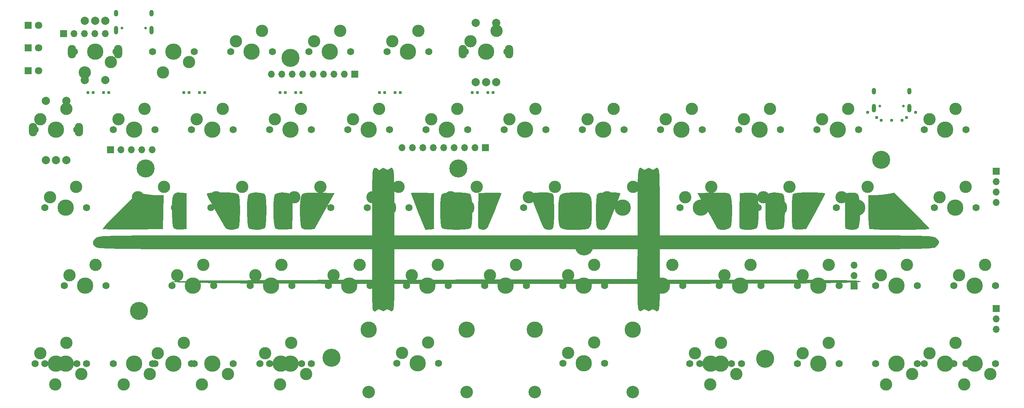
<source format=gts>
%TF.GenerationSoftware,KiCad,Pcbnew,(6.0.10)*%
%TF.CreationDate,2023-05-22T09:52:37-05:00*%
%TF.ProjectId,Monorail_Diesel_Reduced,4d6f6e6f-7261-4696-9c5f-44696573656c,rev?*%
%TF.SameCoordinates,Original*%
%TF.FileFunction,Soldermask,Top*%
%TF.FilePolarity,Negative*%
%FSLAX46Y46*%
G04 Gerber Fmt 4.6, Leading zero omitted, Abs format (unit mm)*
G04 Created by KiCad (PCBNEW (6.0.10)) date 2023-05-22 09:52:37*
%MOMM*%
%LPD*%
G01*
G04 APERTURE LIST*
G04 Aperture macros list*
%AMRoundRect*
0 Rectangle with rounded corners*
0 $1 Rounding radius*
0 $2 $3 $4 $5 $6 $7 $8 $9 X,Y pos of 4 corners*
0 Add a 4 corners polygon primitive as box body*
4,1,4,$2,$3,$4,$5,$6,$7,$8,$9,$2,$3,0*
0 Add four circle primitives for the rounded corners*
1,1,$1+$1,$2,$3*
1,1,$1+$1,$4,$5*
1,1,$1+$1,$6,$7*
1,1,$1+$1,$8,$9*
0 Add four rect primitives between the rounded corners*
20,1,$1+$1,$2,$3,$4,$5,0*
20,1,$1+$1,$4,$5,$6,$7,0*
20,1,$1+$1,$6,$7,$8,$9,0*
20,1,$1+$1,$8,$9,$2,$3,0*%
G04 Aperture macros list end*
%ADD10C,1.750000*%
%ADD11C,3.987800*%
%ADD12C,3.000000*%
%ADD13C,0.787400*%
%ADD14C,3.048000*%
%ADD15R,1.700000X1.700000*%
%ADD16O,1.700000X1.700000*%
%ADD17R,1.800000X1.800000*%
%ADD18C,1.800000*%
%ADD19C,4.400000*%
%ADD20C,2.000000*%
%ADD21RoundRect,1.000000X0.000000X-0.650000X0.000000X0.650000X0.000000X0.650000X0.000000X-0.650000X0*%
%ADD22C,0.650000*%
%ADD23O,1.000000X2.100000*%
%ADD24O,1.000000X1.600000*%
%ADD25RoundRect,1.000000X0.000000X0.650000X0.000000X-0.650000X0.000000X-0.650000X0.000000X0.650000X0*%
G04 APERTURE END LIST*
%TO.C,G\u002A\u002A\u002A*%
G36*
X60163598Y-88766712D02*
G01*
X61383010Y-88934910D01*
X62808640Y-89039651D01*
X63362257Y-89054584D01*
X65150681Y-89069333D01*
X65055591Y-93218000D01*
X64960500Y-97366667D01*
X57594500Y-97457938D01*
X55443222Y-97473394D01*
X53539624Y-97465632D01*
X51980897Y-97436823D01*
X50864234Y-97389140D01*
X50286826Y-97324756D01*
X50228500Y-97293314D01*
X50456537Y-96982374D01*
X51089560Y-96276573D01*
X52050941Y-95257310D01*
X53264049Y-94005987D01*
X54490931Y-92765504D01*
X58753363Y-88493590D01*
X60163598Y-88766712D01*
G37*
G36*
X102963667Y-88464821D02*
G01*
X106753265Y-88561333D01*
X101859939Y-97366667D01*
X100449987Y-97469742D01*
X99466301Y-97466286D01*
X98913638Y-97221319D01*
X98679601Y-96899340D01*
X98492527Y-96193818D01*
X98373563Y-95031195D01*
X98321120Y-93599867D01*
X98333609Y-92088229D01*
X98409441Y-90684679D01*
X98547028Y-89577611D01*
X98744780Y-88955422D01*
X98746618Y-88952884D01*
X99020848Y-88695700D01*
X99475698Y-88533685D01*
X100238767Y-88452069D01*
X101437648Y-88436087D01*
X102963667Y-88464821D01*
G37*
G36*
X214891719Y-88438695D02*
G01*
X215781721Y-88615429D01*
X216107434Y-88798400D01*
X216319383Y-89381127D01*
X216454898Y-90616730D01*
X216511992Y-92484855D01*
X216513834Y-92964000D01*
X216473749Y-94964615D01*
X216354821Y-96337055D01*
X216159034Y-97060968D01*
X216107434Y-97129600D01*
X215551700Y-97351595D01*
X214592801Y-97480491D01*
X213500097Y-97503749D01*
X212542948Y-97408828D01*
X212195834Y-97311707D01*
X212007203Y-96914544D01*
X211870147Y-96004036D01*
X211784987Y-94742232D01*
X211752046Y-93291178D01*
X211771646Y-91812924D01*
X211844110Y-90469516D01*
X211969759Y-89423001D01*
X212148917Y-88835428D01*
X212178900Y-88798400D01*
X212804010Y-88530180D01*
X213803716Y-88410278D01*
X214891719Y-88438695D01*
G37*
G36*
X158621876Y-88420266D02*
G01*
X159489328Y-88521455D01*
X159945405Y-88720154D01*
X160089600Y-88927699D01*
X160175952Y-89478531D01*
X160244433Y-90535388D01*
X160286321Y-91927019D01*
X160295167Y-92964000D01*
X160276035Y-94484344D01*
X160224452Y-95784930D01*
X160149141Y-96694507D01*
X160089600Y-97000301D01*
X159619017Y-97419196D01*
X158848568Y-97530542D01*
X158078256Y-97341329D01*
X157644535Y-96943333D01*
X157344935Y-96279047D01*
X156904504Y-95206792D01*
X156381070Y-93878967D01*
X155832464Y-92447970D01*
X155316515Y-91066201D01*
X154891051Y-89886058D01*
X154613903Y-89059940D01*
X154537834Y-88756189D01*
X154863450Y-88558387D01*
X155794125Y-88433858D01*
X157210933Y-88392000D01*
X158621876Y-88420266D01*
G37*
G36*
X146882046Y-88473063D02*
G01*
X147387859Y-88548428D01*
X147425834Y-88582971D01*
X147308075Y-88961182D01*
X146984985Y-89847937D01*
X146501845Y-91122514D01*
X145903935Y-92664193D01*
X145705826Y-93168668D01*
X145015742Y-94904886D01*
X144508410Y-96107113D01*
X144122820Y-96873306D01*
X143797966Y-97301423D01*
X143472838Y-97489423D01*
X143086428Y-97535264D01*
X142985864Y-97536000D01*
X142217949Y-97401349D01*
X141815895Y-97092951D01*
X141757071Y-96595361D01*
X141723686Y-95571760D01*
X141718228Y-94173080D01*
X141741857Y-92605617D01*
X141837834Y-88561333D01*
X144631834Y-88462970D01*
X145910861Y-88442322D01*
X146882046Y-88473063D01*
G37*
G36*
X224002328Y-88415493D02*
G01*
X225243122Y-88479321D01*
X226064813Y-88573507D01*
X226335167Y-88678642D01*
X226179432Y-89063723D01*
X225751725Y-89924993D01*
X225111295Y-91147814D01*
X224317391Y-92617551D01*
X224015943Y-93165975D01*
X221696720Y-97366667D01*
X220163962Y-97468146D01*
X219128260Y-97468977D01*
X218583723Y-97265711D01*
X218419185Y-97017114D01*
X218322101Y-96417489D01*
X218255418Y-95327563D01*
X218219285Y-93933312D01*
X218213852Y-92420709D01*
X218239265Y-90975729D01*
X218295673Y-89784346D01*
X218383226Y-89032534D01*
X218412734Y-88927699D01*
X218609553Y-88690227D01*
X219059042Y-88533020D01*
X219875084Y-88441066D01*
X221171565Y-88399353D01*
X222476734Y-88392000D01*
X224002328Y-88415493D01*
G37*
G36*
X247472736Y-92765504D02*
G01*
X248845077Y-94154233D01*
X250033800Y-95382618D01*
X250962297Y-96369399D01*
X251553957Y-97033314D01*
X251735167Y-97286709D01*
X251416361Y-97362513D01*
X250539113Y-97424565D01*
X249222179Y-97472676D01*
X247584315Y-97506656D01*
X245744276Y-97526313D01*
X243820819Y-97531458D01*
X241932699Y-97521901D01*
X240198672Y-97497450D01*
X238737493Y-97457917D01*
X237667920Y-97403110D01*
X237108706Y-97332839D01*
X237059611Y-97310222D01*
X236971374Y-96901436D01*
X236899291Y-95957244D01*
X236850927Y-94619515D01*
X236833834Y-93076889D01*
X236833834Y-89069333D01*
X238611834Y-89054584D01*
X239981258Y-88989285D01*
X241345645Y-88842077D01*
X241800069Y-88766712D01*
X243210304Y-88493590D01*
X247472736Y-92765504D01*
G37*
G36*
X80678839Y-88416271D02*
G01*
X81924638Y-88497873D01*
X82869322Y-88625665D01*
X83350100Y-88798400D01*
X83562049Y-89381127D01*
X83697564Y-90616730D01*
X83754659Y-92484855D01*
X83756500Y-92964000D01*
X83716416Y-94964615D01*
X83597488Y-96337055D01*
X83401701Y-97060968D01*
X83350100Y-97129600D01*
X82761174Y-97398393D01*
X81839991Y-97532554D01*
X81671043Y-97536000D01*
X80855351Y-97469510D01*
X80304482Y-97162996D01*
X79784460Y-96455890D01*
X79573665Y-96096667D01*
X78103201Y-93509419D01*
X76970047Y-91469331D01*
X76178545Y-89984494D01*
X75733036Y-89062999D01*
X75628500Y-88742414D01*
X75938997Y-88575366D01*
X76762004Y-88460407D01*
X77934797Y-88396359D01*
X79294650Y-88382040D01*
X80678839Y-88416271D01*
G37*
G36*
X95006914Y-88444151D02*
G01*
X95897590Y-88639591D01*
X96256764Y-88863366D01*
X96450656Y-89486909D01*
X96553267Y-90778168D01*
X96564368Y-92733674D01*
X96552231Y-93350699D01*
X96456500Y-97366667D01*
X94591349Y-97465782D01*
X93292886Y-97447847D01*
X92458865Y-97250155D01*
X92305349Y-97144048D01*
X92110276Y-96612460D01*
X91972472Y-95582032D01*
X91892241Y-94228457D01*
X91869886Y-92727427D01*
X91905711Y-91254635D01*
X92000022Y-89985771D01*
X92153122Y-89096529D01*
X92290900Y-88798400D01*
X92926552Y-88519018D01*
X93924230Y-88402448D01*
X95006914Y-88444151D01*
G37*
G36*
X167024515Y-88416171D02*
G01*
X168153730Y-88560562D01*
X168861296Y-88932990D01*
X169245696Y-89641269D01*
X169405415Y-90793217D01*
X169438934Y-92496649D01*
X169439167Y-92841121D01*
X169425333Y-94703996D01*
X169325928Y-95994568D01*
X169054101Y-96817867D01*
X168522996Y-97278923D01*
X167645761Y-97482764D01*
X166335542Y-97534421D01*
X165556775Y-97536000D01*
X163916436Y-97506387D01*
X162823157Y-97405300D01*
X162148749Y-97214368D01*
X161843357Y-97003809D01*
X161587681Y-96589385D01*
X161424679Y-95878215D01*
X161337984Y-94746043D01*
X161311225Y-93068612D01*
X161311167Y-92964000D01*
X161331157Y-91129524D01*
X161454171Y-89865940D01*
X161774778Y-89066859D01*
X162387546Y-88625891D01*
X163387043Y-88436647D01*
X164867836Y-88392739D01*
X165375167Y-88392000D01*
X167024515Y-88416171D01*
G37*
G36*
X137194069Y-88395746D02*
G01*
X138476324Y-88469554D01*
X139453735Y-88613151D01*
X139907434Y-88798400D01*
X140097113Y-89324653D01*
X140230096Y-90350346D01*
X140306384Y-91699964D01*
X140325976Y-93197992D01*
X140288872Y-94668914D01*
X140195072Y-95937213D01*
X140044577Y-96827375D01*
X139907434Y-97129600D01*
X139329765Y-97347292D01*
X138158429Y-97485855D01*
X136473485Y-97535961D01*
X136419167Y-97536000D01*
X134720865Y-97488530D01*
X133533907Y-97352341D01*
X132938355Y-97136757D01*
X132930900Y-97129600D01*
X132741221Y-96603347D01*
X132608237Y-95577654D01*
X132531950Y-94228035D01*
X132512358Y-92730007D01*
X132549462Y-91259086D01*
X132643261Y-89990786D01*
X132793757Y-89100624D01*
X132930900Y-88798400D01*
X133475386Y-88593053D01*
X134497886Y-88457496D01*
X135802685Y-88391726D01*
X137194069Y-88395746D01*
G37*
G36*
X115929834Y-102277333D02*
G01*
X82646522Y-102277333D01*
X77107736Y-102276460D01*
X72206891Y-102273434D01*
X67904598Y-102267646D01*
X64161466Y-102258484D01*
X60938104Y-102245339D01*
X58195124Y-102227601D01*
X55893135Y-102204659D01*
X53992747Y-102175903D01*
X52454569Y-102140724D01*
X51239212Y-102098511D01*
X50307285Y-102048654D01*
X49619399Y-101990543D01*
X49136162Y-101923568D01*
X48818186Y-101847118D01*
X48626080Y-101760583D01*
X48610522Y-101750129D01*
X47967213Y-101059106D01*
X47984145Y-100311347D01*
X48535167Y-99568000D01*
X48657938Y-99456510D01*
X48816587Y-99357976D01*
X49051322Y-99271599D01*
X49402350Y-99196578D01*
X49909880Y-99132114D01*
X50614120Y-99077405D01*
X51555277Y-99031653D01*
X52773560Y-98994056D01*
X54309176Y-98963815D01*
X56202334Y-98940129D01*
X58493242Y-98922199D01*
X61222108Y-98909223D01*
X64429139Y-98900403D01*
X68154545Y-98894937D01*
X72438531Y-98892026D01*
X77321308Y-98890869D01*
X82571167Y-98890667D01*
X115929834Y-98890667D01*
X115929834Y-90752038D01*
X115934328Y-88168106D01*
X115951252Y-86182048D01*
X115985764Y-84714443D01*
X116043023Y-83685870D01*
X116128188Y-83016908D01*
X116246418Y-82628138D01*
X116402872Y-82440137D01*
X116472013Y-82405355D01*
X117075292Y-82448004D01*
X117292868Y-82648207D01*
X117612243Y-82928393D01*
X118076281Y-82680035D01*
X118105355Y-82656088D01*
X118655487Y-82386088D01*
X119147167Y-82634667D01*
X119697259Y-82882988D01*
X120148332Y-82646979D01*
X120506246Y-82406610D01*
X120785878Y-82392456D01*
X120996668Y-82668525D01*
X121148060Y-83298824D01*
X121249495Y-84347361D01*
X121310417Y-85878145D01*
X121340267Y-87955182D01*
X121348487Y-90642481D01*
X121348500Y-90782654D01*
X121348500Y-98890667D01*
X180615167Y-98890667D01*
X180615167Y-90782654D01*
X180622615Y-88065568D01*
X180651256Y-85961705D01*
X180710532Y-84407059D01*
X180809884Y-83337620D01*
X180958756Y-82689381D01*
X181166589Y-82398334D01*
X181442827Y-82400471D01*
X181796911Y-82631785D01*
X181815335Y-82646979D01*
X182356800Y-82881877D01*
X182816500Y-82634667D01*
X183358551Y-82383790D01*
X183832500Y-82634667D01*
X184382592Y-82882988D01*
X184833665Y-82646979D01*
X185191580Y-82406610D01*
X185471211Y-82392456D01*
X185682001Y-82668525D01*
X185833393Y-83298824D01*
X185934828Y-84347361D01*
X185995750Y-85878145D01*
X186025600Y-87955182D01*
X186033821Y-90642481D01*
X186033834Y-90782654D01*
X186033834Y-98890667D01*
X219392500Y-98890667D01*
X224883624Y-98890896D01*
X229737622Y-98892116D01*
X233994703Y-98895129D01*
X237695075Y-98900733D01*
X240878946Y-98909729D01*
X243586523Y-98922917D01*
X245858016Y-98941098D01*
X247733630Y-98965072D01*
X249253576Y-98995638D01*
X250458061Y-99033596D01*
X251387292Y-99079748D01*
X252081478Y-99134893D01*
X252580827Y-99199831D01*
X252925547Y-99275363D01*
X253155846Y-99362289D01*
X253311931Y-99461408D01*
X253428500Y-99568000D01*
X253925732Y-100174529D01*
X254105834Y-100584000D01*
X253887238Y-101051211D01*
X253428500Y-101600000D01*
X253305729Y-101711490D01*
X253147080Y-101810024D01*
X252912345Y-101896401D01*
X252561317Y-101971421D01*
X252053787Y-102035886D01*
X251349547Y-102090594D01*
X250408390Y-102136347D01*
X249190107Y-102173943D01*
X247654491Y-102204185D01*
X245761333Y-102227871D01*
X243470425Y-102245801D01*
X240741559Y-102258777D01*
X237534528Y-102267597D01*
X233809122Y-102273063D01*
X229525136Y-102275974D01*
X224642359Y-102277131D01*
X219392500Y-102277333D01*
X186033834Y-102277333D01*
X186033834Y-109728000D01*
X210615389Y-109728000D01*
X215452865Y-109730152D01*
X219651554Y-109737055D01*
X223249992Y-109749375D01*
X226286713Y-109767780D01*
X228800251Y-109792937D01*
X230829141Y-109825514D01*
X232411918Y-109866178D01*
X233587116Y-109915597D01*
X234393270Y-109974438D01*
X234868915Y-110043369D01*
X235052584Y-110123057D01*
X235055858Y-110151333D01*
X234893611Y-110235878D01*
X234441194Y-110310369D01*
X233660272Y-110375604D01*
X232512510Y-110432378D01*
X230959573Y-110481486D01*
X228963126Y-110523724D01*
X226484835Y-110559888D01*
X223486363Y-110590774D01*
X219929376Y-110617177D01*
X215775540Y-110639892D01*
X210986519Y-110659717D01*
X210474303Y-110661560D01*
X186033834Y-110748454D01*
X186033834Y-113943573D01*
X185992973Y-115678384D01*
X185856385Y-116796412D01*
X185603061Y-117354073D01*
X185211990Y-117407782D01*
X184833665Y-117166354D01*
X184292201Y-116931456D01*
X183832500Y-117178667D01*
X183290449Y-117429543D01*
X182816500Y-117178667D01*
X182266408Y-116930345D01*
X181815335Y-117166354D01*
X181312288Y-117440313D01*
X180962037Y-117251134D01*
X180743575Y-116542368D01*
X180635895Y-115257563D01*
X180615167Y-113941346D01*
X180615167Y-110744000D01*
X121348500Y-110744000D01*
X121348500Y-113941346D01*
X121307689Y-115676723D01*
X121171251Y-116795341D01*
X120918178Y-117353650D01*
X120527461Y-117408102D01*
X120148332Y-117166354D01*
X119606867Y-116931456D01*
X119147167Y-117178667D01*
X118609247Y-117427763D01*
X118116814Y-117166754D01*
X117573705Y-116912434D01*
X117202414Y-117125286D01*
X116625060Y-117498620D01*
X116155611Y-117291555D01*
X116057065Y-116874262D01*
X115980318Y-115942636D01*
X115936237Y-114659590D01*
X115929834Y-113907116D01*
X115929834Y-110748454D01*
X91461167Y-110661560D01*
X86205789Y-110638228D01*
X81567315Y-110607822D01*
X77553643Y-110570478D01*
X74172673Y-110526335D01*
X71432304Y-110475530D01*
X69340435Y-110418200D01*
X67904965Y-110354482D01*
X67133793Y-110284514D01*
X66992500Y-110236000D01*
X67329837Y-110162063D01*
X68336581Y-110094288D01*
X70004833Y-110032811D01*
X72326694Y-109977770D01*
X75294265Y-109929302D01*
X78899646Y-109887546D01*
X83134938Y-109852637D01*
X87992242Y-109824714D01*
X91461167Y-109810440D01*
X113628100Y-109731720D01*
X121348500Y-109731720D01*
X150897167Y-109645193D01*
X180445834Y-109558667D01*
X180638082Y-102277333D01*
X121348500Y-102277333D01*
X121348500Y-109731720D01*
X113628100Y-109731720D01*
X115929834Y-109723546D01*
X115929834Y-102277333D01*
G37*
G36*
X208490992Y-88470496D02*
G01*
X209359328Y-88630532D01*
X209598658Y-88753482D01*
X209814431Y-89264920D01*
X209971811Y-90277809D01*
X210069263Y-91618655D01*
X210105252Y-93113966D01*
X210078243Y-94590251D01*
X209986701Y-95874017D01*
X209829091Y-96791770D01*
X209672767Y-97129600D01*
X209098317Y-97383789D01*
X208164451Y-97515663D01*
X207107287Y-97527288D01*
X206162942Y-97420731D01*
X205567535Y-97198058D01*
X205485228Y-97092951D01*
X205426405Y-96595361D01*
X205393019Y-95571760D01*
X205387561Y-94173080D01*
X205411191Y-92605617D01*
X205507167Y-88561333D01*
X207312658Y-88458015D01*
X208490992Y-88470496D01*
G37*
G36*
X88569052Y-88438695D02*
G01*
X89459054Y-88615429D01*
X89784767Y-88798400D01*
X89996716Y-89381127D01*
X90132231Y-90616730D01*
X90189326Y-92484855D01*
X90191167Y-92964000D01*
X90151083Y-94964615D01*
X90032154Y-96337055D01*
X89836367Y-97060968D01*
X89784767Y-97129600D01*
X89218210Y-97375754D01*
X88266305Y-97520159D01*
X87820500Y-97536000D01*
X86793325Y-97452417D01*
X86029120Y-97241765D01*
X85856234Y-97129600D01*
X85644284Y-96546873D01*
X85508769Y-95311270D01*
X85451675Y-93443144D01*
X85449834Y-92964000D01*
X85489918Y-90963385D01*
X85608846Y-89590945D01*
X85804633Y-88867032D01*
X85856234Y-88798400D01*
X86481343Y-88530180D01*
X87481049Y-88410278D01*
X88569052Y-88438695D01*
G37*
G36*
X233646597Y-88483223D02*
G01*
X234275873Y-88830826D01*
X234364993Y-88940043D01*
X234569196Y-89556236D01*
X234712562Y-90645170D01*
X234794431Y-92029067D01*
X234814141Y-93530148D01*
X234771031Y-94970634D01*
X234664442Y-96172746D01*
X234493712Y-96958706D01*
X234395434Y-97129600D01*
X233791923Y-97413396D01*
X232903364Y-97526216D01*
X232001717Y-97471202D01*
X231358946Y-97251499D01*
X231223895Y-97092951D01*
X231165071Y-96595361D01*
X231131686Y-95571760D01*
X231126228Y-94173080D01*
X231149857Y-92605617D01*
X231245834Y-88561333D01*
X232586993Y-88451981D01*
X233646597Y-88483223D01*
G37*
G36*
X201835106Y-88457957D02*
G01*
X202555300Y-88548304D01*
X202982257Y-88720894D01*
X203217049Y-88952884D01*
X203413569Y-89566991D01*
X203551433Y-90667645D01*
X203628812Y-92066447D01*
X203643880Y-93575000D01*
X203594812Y-95004905D01*
X203479779Y-96167764D01*
X203296956Y-96875179D01*
X203293918Y-96880931D01*
X202743978Y-97309332D01*
X201848137Y-97530422D01*
X200894184Y-97523532D01*
X200169910Y-97267990D01*
X200023821Y-97115807D01*
X199764836Y-96677132D01*
X199246433Y-95768392D01*
X198537778Y-94511810D01*
X197708040Y-93029614D01*
X197484410Y-92628473D01*
X195218986Y-88561333D01*
X199004292Y-88464821D01*
X200693996Y-88435060D01*
X201835106Y-88457957D01*
G37*
G36*
X175020988Y-88420701D02*
G01*
X175978442Y-88497316D01*
X176464885Y-88607610D01*
X176494722Y-88657446D01*
X176335576Y-89054822D01*
X175978041Y-89959010D01*
X175470941Y-91246212D01*
X174863099Y-92792632D01*
X174691616Y-93229446D01*
X174011159Y-94949883D01*
X173513050Y-96137664D01*
X173134195Y-96891433D01*
X172811502Y-97309833D01*
X172481878Y-97491507D01*
X172082229Y-97535100D01*
X171937115Y-97536000D01*
X171113571Y-97406185D01*
X170717787Y-96931063D01*
X170668624Y-96774000D01*
X170564232Y-96009636D01*
X170498313Y-94779477D01*
X170470866Y-93293965D01*
X170481892Y-91763545D01*
X170531392Y-90398660D01*
X170619363Y-89409754D01*
X170668624Y-89154000D01*
X170814957Y-88782761D01*
X171105670Y-88556699D01*
X171684729Y-88440098D01*
X172696101Y-88397244D01*
X173740222Y-88392000D01*
X175020988Y-88420701D01*
G37*
G36*
X127747409Y-88449776D02*
G01*
X128206500Y-88462970D01*
X131000500Y-88561333D01*
X131000500Y-97366667D01*
X129933956Y-97470246D01*
X128867411Y-97573825D01*
X127139956Y-93187580D01*
X126514642Y-91584936D01*
X125990197Y-90212445D01*
X125611801Y-89190535D01*
X125424632Y-88639634D01*
X125412500Y-88582971D01*
X125724445Y-88493991D01*
X126555258Y-88447337D01*
X127747409Y-88449776D01*
G37*
G36*
X69424199Y-88454814D02*
G01*
X70717834Y-88561333D01*
X70717834Y-97366667D01*
X69361643Y-97466743D01*
X68368481Y-97431229D01*
X67665139Y-97209691D01*
X67583643Y-97145010D01*
X67364204Y-96585727D01*
X67225548Y-95412150D01*
X67165102Y-93598620D01*
X67161834Y-92937734D01*
X67185733Y-91078479D01*
X67290773Y-89796747D01*
X67526961Y-88993444D01*
X67944307Y-88569476D01*
X68592821Y-88425748D01*
X69424199Y-88454814D01*
G37*
%TD*%
D10*
%TO.C,MX18*%
X33813750Y-73025000D03*
D11*
X38893750Y-73025000D03*
D12*
X41433750Y-67945000D03*
D10*
X43973750Y-73025000D03*
D12*
X35083750Y-70485000D03*
%TD*%
%TO.C,MX17*%
X60483750Y-67945000D03*
D11*
X57943750Y-73025000D03*
D10*
X63023750Y-73025000D03*
D12*
X54133750Y-70485000D03*
D10*
X52863750Y-73025000D03*
%TD*%
D12*
%TO.C,MX16*%
X73183750Y-70485000D03*
D10*
X71913750Y-73025000D03*
D11*
X76993750Y-73025000D03*
D12*
X79533750Y-67945000D03*
D10*
X82073750Y-73025000D03*
%TD*%
%TO.C,MX15*%
X90963750Y-73025000D03*
D11*
X96043750Y-73025000D03*
D12*
X92233750Y-70485000D03*
D10*
X101123750Y-73025000D03*
D12*
X98583750Y-67945000D03*
%TD*%
%TO.C,MX14*%
X117633750Y-67945000D03*
D10*
X110013750Y-73025000D03*
D11*
X115093750Y-73025000D03*
D10*
X120173750Y-73025000D03*
D12*
X111283750Y-70485000D03*
%TD*%
D11*
%TO.C,MX13*%
X134143750Y-73025000D03*
D12*
X130333750Y-70485000D03*
D10*
X129063750Y-73025000D03*
D12*
X136683750Y-67945000D03*
D10*
X139223750Y-73025000D03*
%TD*%
%TO.C,MX12*%
X148113750Y-73025000D03*
D11*
X153193750Y-73025000D03*
D12*
X149383750Y-70485000D03*
D10*
X158273750Y-73025000D03*
D12*
X155733750Y-67945000D03*
%TD*%
D11*
%TO.C,MX11*%
X172243750Y-73025000D03*
D12*
X168433750Y-70485000D03*
X174783750Y-67945000D03*
D10*
X177323750Y-73025000D03*
X167163750Y-73025000D03*
%TD*%
D12*
%TO.C,MX10*%
X187483750Y-70485000D03*
X193833750Y-67945000D03*
D10*
X196373750Y-73025000D03*
X186213750Y-73025000D03*
D11*
X191293750Y-73025000D03*
%TD*%
%TO.C,MX9*%
X210343750Y-73025000D03*
D10*
X205263750Y-73025000D03*
D12*
X206533750Y-70485000D03*
D10*
X215423750Y-73025000D03*
D12*
X212883750Y-67945000D03*
%TD*%
%TO.C,MX8*%
X225583750Y-70485000D03*
X231933750Y-67945000D03*
D11*
X229393750Y-73025000D03*
D10*
X234473750Y-73025000D03*
X224313750Y-73025000D03*
%TD*%
D12*
%TO.C,MX7*%
X251777500Y-70485000D03*
X258127500Y-67945000D03*
D10*
X250507500Y-73025000D03*
X260667500Y-73025000D03*
D11*
X255587500Y-73025000D03*
%TD*%
D12*
%TO.C,MX30*%
X43815000Y-86995000D03*
D10*
X36195000Y-92075000D03*
D11*
X41275000Y-92075000D03*
D10*
X46355000Y-92075000D03*
D12*
X37465000Y-89535000D03*
%TD*%
D11*
%TO.C,MX29*%
X62706250Y-92075000D03*
D12*
X58896250Y-89535000D03*
D10*
X57626250Y-92075000D03*
X67786250Y-92075000D03*
D12*
X65246250Y-86995000D03*
%TD*%
D10*
%TO.C,MX28*%
X76676250Y-92075000D03*
D11*
X81756250Y-92075000D03*
D12*
X84296250Y-86995000D03*
X77946250Y-89535000D03*
D10*
X86836250Y-92075000D03*
%TD*%
%TO.C,MX27*%
X95726250Y-92075000D03*
D12*
X103346250Y-86995000D03*
D11*
X100806250Y-92075000D03*
D10*
X105886250Y-92075000D03*
D12*
X96996250Y-89535000D03*
%TD*%
D11*
%TO.C,MX26*%
X119856250Y-92075000D03*
D10*
X114776250Y-92075000D03*
X124936250Y-92075000D03*
D12*
X116046250Y-89535000D03*
X122396250Y-86995000D03*
%TD*%
%TO.C,MX25*%
X135096250Y-89535000D03*
X141446250Y-86995000D03*
D10*
X143986250Y-92075000D03*
D11*
X138906250Y-92075000D03*
D10*
X133826250Y-92075000D03*
%TD*%
%TO.C,MX24*%
X163036250Y-92075000D03*
X152876250Y-92075000D03*
D12*
X160496250Y-86995000D03*
D11*
X157956250Y-92075000D03*
D12*
X154146250Y-89535000D03*
%TD*%
%TO.C,MX19*%
X173196250Y-89535000D03*
D10*
X171926250Y-92075000D03*
D11*
X177006250Y-92075000D03*
D10*
X182086250Y-92075000D03*
D12*
X179546250Y-86995000D03*
%TD*%
D11*
%TO.C,MX23*%
X196056250Y-92075000D03*
D12*
X198596250Y-86995000D03*
D10*
X201136250Y-92075000D03*
D12*
X192246250Y-89535000D03*
D10*
X190976250Y-92075000D03*
%TD*%
D11*
%TO.C,MX22*%
X215106250Y-92075000D03*
D10*
X220186250Y-92075000D03*
D12*
X217646250Y-86995000D03*
D10*
X210026250Y-92075000D03*
D12*
X211296250Y-89535000D03*
%TD*%
%TO.C,MX21*%
X236696250Y-86995000D03*
D10*
X239236250Y-92075000D03*
X229076250Y-92075000D03*
D11*
X234156250Y-92075000D03*
D12*
X230346250Y-89535000D03*
%TD*%
D10*
%TO.C,MX20*%
X252888750Y-92075000D03*
D11*
X257968750Y-92075000D03*
D12*
X254158750Y-89535000D03*
D10*
X263048750Y-92075000D03*
D12*
X260508750Y-86995000D03*
%TD*%
D10*
%TO.C,MX42*%
X40957500Y-111125000D03*
D12*
X42227500Y-108585000D03*
D11*
X46037500Y-111125000D03*
D12*
X48577500Y-106045000D03*
D10*
X51117500Y-111125000D03*
%TD*%
D11*
%TO.C,MX41*%
X72231250Y-111125000D03*
D10*
X77311250Y-111125000D03*
D12*
X74771250Y-106045000D03*
X68421250Y-108585000D03*
D10*
X67151250Y-111125000D03*
%TD*%
%TO.C,MX40*%
X86201250Y-111125000D03*
D12*
X87471250Y-108585000D03*
D10*
X96361250Y-111125000D03*
D12*
X93821250Y-106045000D03*
D11*
X91281250Y-111125000D03*
%TD*%
D10*
%TO.C,MX39*%
X115411250Y-111125000D03*
D12*
X106521250Y-108585000D03*
D10*
X105251250Y-111125000D03*
D12*
X112871250Y-106045000D03*
D11*
X110331250Y-111125000D03*
%TD*%
D10*
%TO.C,MX38*%
X134461250Y-111125000D03*
X124301250Y-111125000D03*
D11*
X129381250Y-111125000D03*
D12*
X131921250Y-106045000D03*
X125571250Y-108585000D03*
%TD*%
D10*
%TO.C,MX37*%
X143351250Y-111125000D03*
D12*
X150971250Y-106045000D03*
X144621250Y-108585000D03*
D11*
X148431250Y-111125000D03*
D10*
X153511250Y-111125000D03*
%TD*%
D12*
%TO.C,MX36*%
X163671250Y-108585000D03*
D10*
X162401250Y-111125000D03*
D11*
X167481250Y-111125000D03*
D10*
X172561250Y-111125000D03*
D12*
X170021250Y-106045000D03*
%TD*%
D10*
%TO.C,MX35*%
X181451250Y-111125000D03*
X191611250Y-111125000D03*
D12*
X189071250Y-106045000D03*
X182721250Y-108585000D03*
D11*
X186531250Y-111125000D03*
%TD*%
D10*
%TO.C,MX34*%
X210661250Y-111125000D03*
D12*
X201771250Y-108585000D03*
X208121250Y-106045000D03*
D11*
X205581250Y-111125000D03*
D10*
X200501250Y-111125000D03*
%TD*%
D12*
%TO.C,MX33*%
X227171250Y-106045000D03*
D11*
X224631250Y-111125000D03*
D10*
X229711250Y-111125000D03*
X219551250Y-111125000D03*
D12*
X220821250Y-108585000D03*
%TD*%
D10*
%TO.C,MX32*%
X238601250Y-111125000D03*
D11*
X243681250Y-111125000D03*
D10*
X248761250Y-111125000D03*
D12*
X246221250Y-106045000D03*
X239871250Y-108585000D03*
%TD*%
D10*
%TO.C,MX31*%
X267811250Y-111125000D03*
D12*
X265271250Y-106045000D03*
X258921250Y-108585000D03*
D11*
X262731250Y-111125000D03*
D10*
X257651250Y-111125000D03*
%TD*%
%TO.C,MX5*%
X72548750Y-53975000D03*
D12*
X71278750Y-56515000D03*
D11*
X67468750Y-53975000D03*
D12*
X64928750Y-59055000D03*
D10*
X62388750Y-53975000D03*
%TD*%
D11*
%TO.C,MX4*%
X86518750Y-53975000D03*
D10*
X91598750Y-53975000D03*
X81438750Y-53975000D03*
D12*
X82708750Y-51435000D03*
X89058750Y-48895000D03*
%TD*%
%TO.C,MX3*%
X108108750Y-48895000D03*
D10*
X110648750Y-53975000D03*
X100488750Y-53975000D03*
D12*
X101758750Y-51435000D03*
D11*
X105568750Y-53975000D03*
%TD*%
D10*
%TO.C,MX2*%
X129698750Y-53975000D03*
X119538750Y-53975000D03*
D12*
X120808750Y-51435000D03*
D11*
X124618750Y-53975000D03*
D12*
X127158750Y-48895000D03*
%TD*%
D10*
%TO.C,MX1*%
X138588750Y-53975000D03*
D11*
X143668750Y-53975000D03*
D12*
X139858750Y-51435000D03*
X146208750Y-48895000D03*
D10*
X148748750Y-53975000D03*
%TD*%
D12*
%TO.C,MX45*%
X241141250Y-135255000D03*
D11*
X243681250Y-130175000D03*
D10*
X238601250Y-130175000D03*
D12*
X247491250Y-132715000D03*
D10*
X248761250Y-130175000D03*
%TD*%
D13*
%TO.C,REF\u002A\u002A*%
X50482500Y-64039750D03*
X51752500Y-64039750D03*
X47942500Y-64039750D03*
X46672500Y-64039750D03*
%TD*%
D12*
%TO.C,MX48*%
X194627500Y-127635000D03*
D10*
X193357500Y-130175000D03*
X203517500Y-130175000D03*
D12*
X200977500Y-125095000D03*
D11*
X198437500Y-130175000D03*
%TD*%
D12*
%TO.C,MX44*%
X258127500Y-125095000D03*
D10*
X260667500Y-130175000D03*
D12*
X251777500Y-127635000D03*
D10*
X250507500Y-130175000D03*
D11*
X255587500Y-130175000D03*
%TD*%
D13*
%TO.C,REF\u002A\u002A*%
X98583750Y-64039750D03*
X97313750Y-64039750D03*
X93503750Y-64039750D03*
X94773750Y-64039750D03*
%TD*%
D12*
%TO.C,MX49*%
X170053000Y-125088750D03*
D11*
X179451000Y-121913750D03*
D12*
X163703000Y-127628750D03*
D14*
X179451000Y-137153750D03*
D10*
X172593000Y-130168750D03*
D11*
X167513000Y-130168750D03*
X155575000Y-121913750D03*
D14*
X155575000Y-137153750D03*
D10*
X162433000Y-130168750D03*
%TD*%
D15*
%TO.C,J3*%
X143512500Y-77437500D03*
D16*
X140972500Y-77437500D03*
X138432500Y-77437500D03*
X135892500Y-77437500D03*
X133352500Y-77437500D03*
X130812500Y-77437500D03*
X128272500Y-77437500D03*
X125732500Y-77437500D03*
X123192500Y-77437500D03*
%TD*%
D13*
%TO.C,REF\u002A\u002A*%
X245030625Y-70786625D03*
X242490625Y-70786625D03*
X239950625Y-70786625D03*
%TD*%
D12*
%TO.C,MX51*%
X93503750Y-135255000D03*
X99853750Y-132715000D03*
D10*
X101123750Y-130175000D03*
D11*
X96043750Y-130175000D03*
D10*
X90963750Y-130175000D03*
%TD*%
D12*
%TO.C,MX43*%
X260191250Y-135255000D03*
D10*
X257651250Y-130175000D03*
X267811250Y-130175000D03*
D12*
X266541250Y-132715000D03*
D11*
X262731250Y-130175000D03*
%TD*%
D15*
%TO.C,J2*%
X111680625Y-59531250D03*
D16*
X109140625Y-59531250D03*
X106600625Y-59531250D03*
X104060625Y-59531250D03*
X101520625Y-59531250D03*
X98980625Y-59531250D03*
X96440625Y-59531250D03*
X93900625Y-59531250D03*
X91360625Y-59531250D03*
%TD*%
D15*
%TO.C,J4*%
X52175000Y-78000000D03*
D16*
X54715000Y-78000000D03*
X57255000Y-78000000D03*
X59795000Y-78000000D03*
X62335000Y-78000000D03*
%TD*%
D12*
%TO.C,MX53*%
X74453750Y-135255000D03*
X80803750Y-132715000D03*
D10*
X82073750Y-130175000D03*
D11*
X76993750Y-130175000D03*
D10*
X71913750Y-130175000D03*
%TD*%
D12*
%TO.C,MX57*%
X41433750Y-125095000D03*
D10*
X33813750Y-130175000D03*
D11*
X38893750Y-130175000D03*
D10*
X43973750Y-130175000D03*
D12*
X35083750Y-127635000D03*
%TD*%
D17*
%TO.C,D3*%
X32099250Y-58642000D03*
D18*
X34639250Y-58642000D03*
%TD*%
D13*
%TO.C,REF\u002A\u002A*%
X141605000Y-64039750D03*
X145415000Y-64039750D03*
X144145000Y-64039750D03*
X140335000Y-64039750D03*
%TD*%
D10*
%TO.C,MX46*%
X219551250Y-130175000D03*
D12*
X227171250Y-125095000D03*
D11*
X224631250Y-130175000D03*
D12*
X220821250Y-127635000D03*
D10*
X229711250Y-130175000D03*
%TD*%
D19*
%TO.C,*%
X96043750Y-55562500D03*
%TD*%
D12*
%TO.C,MX54*%
X70008750Y-125095000D03*
D10*
X62388750Y-130175000D03*
X72548750Y-130175000D03*
D12*
X63658750Y-127635000D03*
D11*
X67468750Y-130175000D03*
%TD*%
D20*
%TO.C,SW1*%
X141168750Y-61475000D03*
X146168750Y-61475000D03*
X143668750Y-61475000D03*
D21*
X138068750Y-53975000D03*
X149268750Y-53975000D03*
D20*
X146168750Y-46975000D03*
X141168750Y-46975000D03*
%TD*%
D10*
%TO.C,MX47*%
X205898750Y-130175000D03*
X195738750Y-130175000D03*
D12*
X204628750Y-132715000D03*
D11*
X200818750Y-130175000D03*
D12*
X198278750Y-135255000D03*
%TD*%
D13*
%TO.C,REF\u002A\u002A*%
X122793125Y-64039750D03*
X118983125Y-64039750D03*
X117713125Y-64039750D03*
X121523125Y-64039750D03*
%TD*%
D17*
%TO.C,D1*%
X32099250Y-47592000D03*
D18*
X34639250Y-47592000D03*
%TD*%
D12*
%TO.C,MX6*%
X52228750Y-56515000D03*
D10*
X43338750Y-53975000D03*
D11*
X48418750Y-53975000D03*
D10*
X53498750Y-53975000D03*
D12*
X45878750Y-59055000D03*
%TD*%
D11*
%TO.C,MX50*%
X115062000Y-121913750D03*
D10*
X132080000Y-130168750D03*
D11*
X138938000Y-121913750D03*
D10*
X121920000Y-130168750D03*
D11*
X127000000Y-130168750D03*
D14*
X115062000Y-137153750D03*
D12*
X123190000Y-127628750D03*
D14*
X138938000Y-137153750D03*
D12*
X129540000Y-125088750D03*
%TD*%
D19*
%TO.C,H1*%
X239953400Y-80424450D03*
X136903400Y-82550450D03*
X167553400Y-101600450D03*
X60703400Y-82550450D03*
X211703400Y-129059450D03*
X59103400Y-117324450D03*
X106053400Y-128774450D03*
%TD*%
D10*
%TO.C,MX56*%
X36195000Y-130175000D03*
X46355000Y-130175000D03*
D12*
X38735000Y-135255000D03*
X45085000Y-132715000D03*
D11*
X41275000Y-130175000D03*
%TD*%
D13*
%TO.C,REF\u002A\u002A*%
X246135466Y-70140262D03*
X248335170Y-68870262D03*
%TD*%
%TO.C,REF\u002A\u002A*%
X70088125Y-64039750D03*
X75168125Y-64039750D03*
X71358125Y-64039750D03*
X73898125Y-64039750D03*
%TD*%
D17*
%TO.C,D2*%
X32099250Y-53117000D03*
D18*
X34639250Y-53117000D03*
%TD*%
D10*
%TO.C,MX52*%
X98742500Y-130175000D03*
D11*
X93662500Y-130175000D03*
D12*
X89852500Y-127635000D03*
X96202500Y-125095000D03*
D10*
X88582500Y-130175000D03*
%TD*%
D13*
%TO.C,REF\u002A\u002A*%
X236655560Y-68861242D03*
X238855264Y-70131242D03*
%TD*%
D15*
%TO.C,J1*%
X40737500Y-49587500D03*
D16*
X43277500Y-49587500D03*
X45817500Y-49587500D03*
X48357500Y-49587500D03*
X50897500Y-49587500D03*
%TD*%
D10*
%TO.C,MX55*%
X63023750Y-130175000D03*
X52863750Y-130175000D03*
D11*
X57943750Y-130175000D03*
D12*
X55403750Y-135255000D03*
X61753750Y-132715000D03*
%TD*%
D22*
%TO.C,J6*%
X245380625Y-67290625D03*
X239600625Y-67290625D03*
D23*
X246810625Y-67820625D03*
D24*
X238170625Y-63640625D03*
D23*
X238170625Y-67820625D03*
D24*
X246810625Y-63640625D03*
%TD*%
D15*
%TO.C,SWD1*%
X233362500Y-111268750D03*
D16*
X233362500Y-108728750D03*
X233362500Y-106188750D03*
%TD*%
D15*
%TO.C,J9*%
X267962500Y-116712500D03*
D16*
X267962500Y-119252500D03*
X267962500Y-121792500D03*
%TD*%
D22*
%TO.C,J5*%
X60770250Y-48240625D03*
X54990250Y-48240625D03*
D24*
X53560250Y-44590625D03*
D23*
X62200250Y-48770625D03*
D24*
X62200250Y-44590625D03*
D23*
X53560250Y-48770625D03*
%TD*%
D15*
%TO.C,J8*%
X267962500Y-83237500D03*
D16*
X267962500Y-85777500D03*
X267962500Y-88317500D03*
X267962500Y-90857500D03*
%TD*%
D20*
%TO.C,SW2*%
X45918750Y-46475000D03*
X50918750Y-46475000D03*
X48418750Y-46475000D03*
D25*
X54018750Y-53975000D03*
X42818750Y-53975000D03*
D20*
X50918750Y-60975000D03*
X45918750Y-60975000D03*
%TD*%
%TO.C,SW3*%
X41393750Y-80525000D03*
X36393750Y-80525000D03*
X38893750Y-80525000D03*
D21*
X33293750Y-73025000D03*
X44493750Y-73025000D03*
D20*
X36393750Y-66025000D03*
X41393750Y-66025000D03*
%TD*%
M02*

</source>
